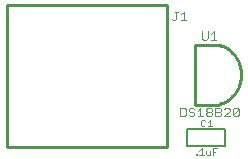
<source format=gto>
G75*
%MOIN*%
%OFA0B0*%
%FSLAX24Y24*%
%IPPOS*%
%LPD*%
%AMOC8*
5,1,8,0,0,1.08239X$1,22.5*
%
%ADD10C,0.0100*%
%ADD11C,0.0040*%
%ADD12C,0.0060*%
%ADD13C,0.0030*%
D10*
X000150Y000988D02*
X000150Y005712D01*
X005465Y005712D01*
X005465Y000988D01*
X000150Y000988D01*
X006412Y002400D02*
X006412Y004400D01*
X007162Y004400D01*
X007223Y004383D01*
X007283Y004362D01*
X007342Y004337D01*
X007399Y004309D01*
X007454Y004277D01*
X007507Y004242D01*
X007558Y004204D01*
X007606Y004163D01*
X007652Y004118D01*
X007694Y004071D01*
X007734Y004022D01*
X007771Y003970D01*
X007805Y003916D01*
X007835Y003860D01*
X007861Y003802D01*
X007884Y003743D01*
X007904Y003682D01*
X007919Y003621D01*
X007931Y003558D01*
X007939Y003495D01*
X007943Y003432D01*
X007943Y003368D01*
X007939Y003305D01*
X007931Y003242D01*
X007919Y003179D01*
X007904Y003118D01*
X007884Y003057D01*
X007861Y002998D01*
X007835Y002940D01*
X007805Y002884D01*
X007771Y002830D01*
X007734Y002778D01*
X007694Y002729D01*
X007652Y002682D01*
X007606Y002637D01*
X007558Y002596D01*
X007507Y002558D01*
X007454Y002523D01*
X007399Y002491D01*
X007342Y002463D01*
X007283Y002438D01*
X007223Y002417D01*
X007162Y002400D01*
X006412Y002400D01*
D11*
X006336Y002290D02*
X006242Y002290D01*
X006196Y002244D01*
X006196Y002197D01*
X006242Y002150D01*
X006336Y002150D01*
X006382Y002103D01*
X006382Y002057D01*
X006336Y002010D01*
X006242Y002010D01*
X006196Y002057D01*
X006088Y002057D02*
X006088Y002244D01*
X006041Y002290D01*
X005901Y002290D01*
X005901Y002010D01*
X006041Y002010D01*
X006088Y002057D01*
X006336Y002290D02*
X006382Y002244D01*
X006490Y002197D02*
X006584Y002290D01*
X006584Y002010D01*
X006677Y002010D02*
X006490Y002010D01*
X006785Y002057D02*
X006785Y002103D01*
X006832Y002150D01*
X006925Y002150D01*
X006972Y002103D01*
X006972Y002057D01*
X006925Y002010D01*
X006832Y002010D01*
X006785Y002057D01*
X006832Y002150D02*
X006785Y002197D01*
X006785Y002244D01*
X006832Y002290D01*
X006925Y002290D01*
X006972Y002244D01*
X006972Y002197D01*
X006925Y002150D01*
X007080Y002150D02*
X007220Y002150D01*
X007266Y002103D01*
X007266Y002057D01*
X007220Y002010D01*
X007080Y002010D01*
X007080Y002290D01*
X007220Y002290D01*
X007266Y002244D01*
X007266Y002197D01*
X007220Y002150D01*
X007374Y002244D02*
X007421Y002290D01*
X007514Y002290D01*
X007561Y002244D01*
X007561Y002197D01*
X007374Y002010D01*
X007561Y002010D01*
X007669Y002057D02*
X007856Y002244D01*
X007856Y002057D01*
X007809Y002010D01*
X007716Y002010D01*
X007669Y002057D01*
X007669Y002244D01*
X007716Y002290D01*
X007809Y002290D01*
X007856Y002244D01*
X007119Y004560D02*
X006932Y004560D01*
X007026Y004560D02*
X007026Y004840D01*
X006932Y004747D01*
X006824Y004840D02*
X006824Y004607D01*
X006778Y004560D01*
X006684Y004560D01*
X006638Y004607D01*
X006638Y004840D01*
X006119Y005216D02*
X005932Y005216D01*
X006026Y005216D02*
X006026Y005497D01*
X005932Y005403D01*
X005824Y005497D02*
X005731Y005497D01*
X005778Y005497D02*
X005778Y005263D01*
X005731Y005216D01*
X005684Y005216D01*
X005638Y005263D01*
D12*
X006132Y001590D02*
X006132Y001010D01*
X007392Y001010D01*
X007392Y001590D01*
X006132Y001590D01*
D13*
X006606Y001710D02*
X006641Y001675D01*
X006711Y001675D01*
X006746Y001710D01*
X006827Y001675D02*
X006967Y001675D01*
X006897Y001675D02*
X006897Y001885D01*
X006827Y001815D01*
X006746Y001850D02*
X006711Y001885D01*
X006641Y001885D01*
X006606Y001850D01*
X006606Y001710D01*
X006621Y000935D02*
X006621Y000725D01*
X006551Y000725D02*
X006691Y000725D01*
X006772Y000760D02*
X006807Y000725D01*
X006912Y000725D01*
X006912Y000865D01*
X006993Y000830D02*
X007063Y000830D01*
X006993Y000725D02*
X006993Y000935D01*
X007133Y000935D01*
X006772Y000865D02*
X006772Y000760D01*
X006621Y000935D02*
X006551Y000865D01*
X006476Y000760D02*
X006476Y000725D01*
X006440Y000725D01*
X006440Y000760D01*
X006476Y000760D01*
M02*

</source>
